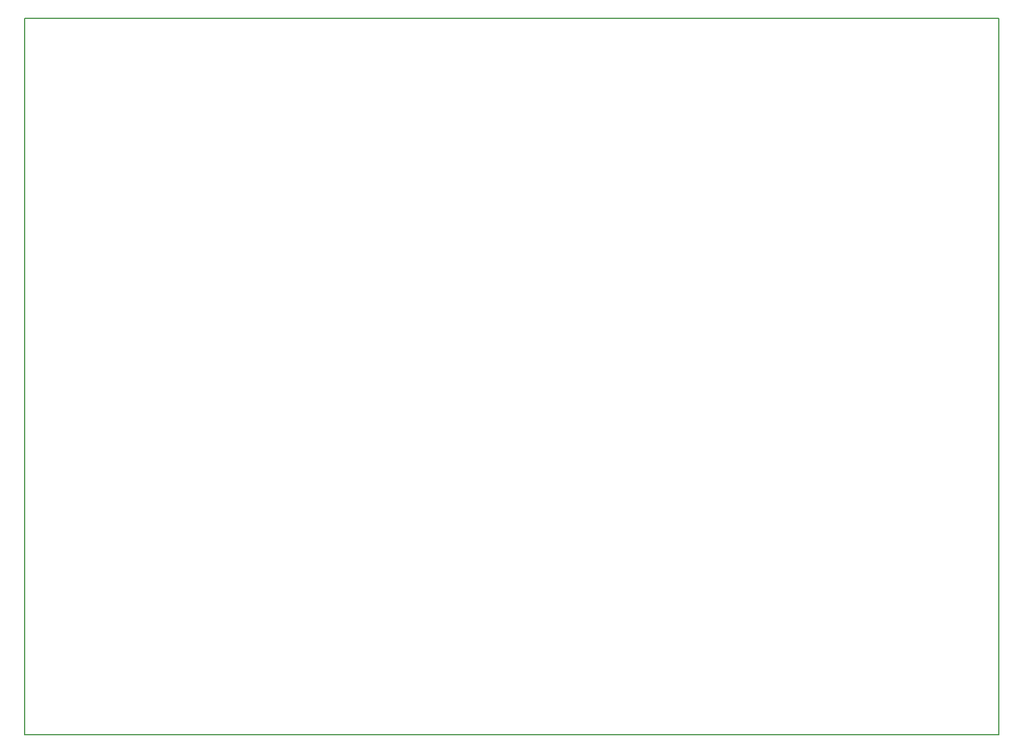
<source format=gbr>
G04 #@! TF.FileFunction,Profile,NP*
%FSLAX46Y46*%
G04 Gerber Fmt 4.6, Leading zero omitted, Abs format (unit mm)*
G04 Created by KiCad (PCBNEW 4.0.7) date 09/23/21 19:20:18*
%MOMM*%
%LPD*%
G01*
G04 APERTURE LIST*
%ADD10C,0.100000*%
%ADD11C,0.150000*%
G04 APERTURE END LIST*
D10*
D11*
X55000000Y-145000000D02*
X55000000Y-39000000D01*
X199000000Y-145000000D02*
X55000000Y-145000000D01*
X199000000Y-39000000D02*
X199000000Y-145000000D01*
X55000000Y-39000000D02*
X199000000Y-39000000D01*
M02*

</source>
